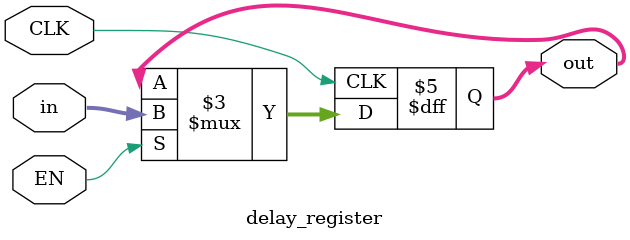
<source format=v>
`timescale 1ns / 1ps

module delay_register # (parameter WL = 8)
(
    input CLK,
    input EN,
    input [WL - 1 : 0] in,
    output reg [WL - 1 : 0] out
);
    initial out <= 0;
    
    always @ (posedge CLK) if(EN) out <= in;
endmodule

</source>
